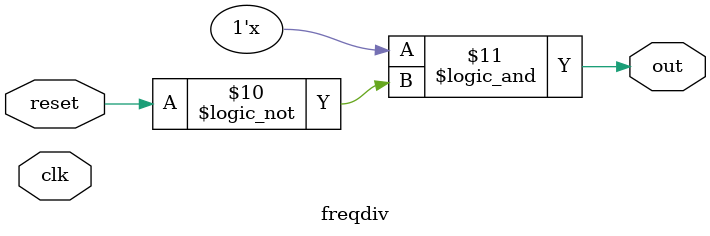
<source format=v>

module freqdiv(out, clk, reset);

    // Clock period muliplier
    parameter [31:0] N = 2;

    output reg out = 1'b0;;
    input wire clk, reset;

    // Internal counter
    // Note: This must be of the same type as the parameter N
    //       (unsigned int). If you declare it to be an integer
    //       it is signed twos-complement and therefore logical
    //       comparison with N will always return false!
    reg [31:0] pcount = 32'b0;
    reg [31:0] ncount = 32'b0;
    reg [31:0] count = 32'b0;
        
    always @ (posedge clk)
        if (reset)
            pcount <= 0;
        else if (pcount == N-1)
            pcount <= 0;
        else
            pcount <= pcount + 1;

    always @ (negedge clk)
        if (reset)
            ncount <= 0;
        else if (ncount == N-1)
            ncount <= 0;
        else
            ncount <= ncount + 1;

    // Slow positive edge period counter
	 //always @ (posedge clk or negedge clk) begin
	 always @ (clk) begin
			count <= pcount + ncount;
			out <= count < N-1 && !reset;
	 end

endmodule
</source>
